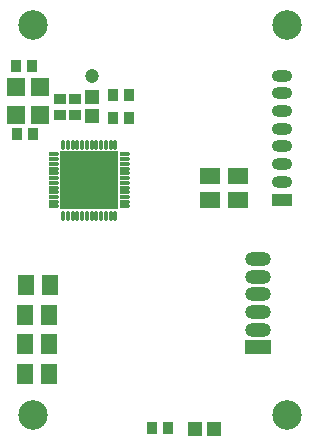
<source format=gts>
G04 Layer_Color=8388736*
%FSLAX44Y44*%
%MOMM*%
G71*
G01*
G75*
%ADD42R,0.9532X1.0032*%
%ADD43R,1.0032X0.9532*%
%ADD44C,1.2032*%
%ADD45R,1.1532X1.2032*%
%ADD46O,0.4032X0.8532*%
%ADD47O,0.8532X0.4032*%
%ADD48R,4.9032X4.9032*%
%ADD49R,1.5032X1.5032*%
%ADD50R,0.9652X1.0160*%
%ADD51R,1.2032X1.1532*%
%ADD52R,1.8034X1.4732*%
%ADD53R,1.4732X1.8034*%
%ADD54O,2.2032X1.2032*%
%ADD55R,2.2032X1.2032*%
%ADD56C,2.5032*%
%ADD57O,1.7032X1.0032*%
%ADD58R,1.7032X1.0032*%
D42*
X-121500Y73000D02*
D03*
X-108000D02*
D03*
X-108530Y130830D02*
D03*
X-122030D02*
D03*
X-26500Y106000D02*
D03*
X-40000D02*
D03*
Y87000D02*
D03*
X-26500D02*
D03*
D43*
X-85000Y102750D02*
D03*
Y89250D02*
D03*
X-72000Y102750D02*
D03*
Y89250D02*
D03*
D44*
X-57500Y121900D02*
D03*
D45*
X-57700Y88000D02*
D03*
Y104000D02*
D03*
D46*
X-82000Y3500D02*
D03*
X-78000D02*
D03*
X-74000D02*
D03*
X-70000D02*
D03*
X-66000D02*
D03*
X-62000D02*
D03*
X-58000D02*
D03*
X-54000D02*
D03*
X-50000D02*
D03*
X-46000D02*
D03*
X-42000D02*
D03*
X-38000D02*
D03*
Y64000D02*
D03*
X-42000D02*
D03*
X-46000D02*
D03*
X-50000D02*
D03*
X-54000D02*
D03*
X-58000D02*
D03*
X-62000D02*
D03*
X-66000D02*
D03*
X-70000D02*
D03*
X-74000D02*
D03*
X-78000D02*
D03*
X-82000D02*
D03*
D47*
X-29750Y11750D02*
D03*
Y15750D02*
D03*
Y19750D02*
D03*
Y23750D02*
D03*
Y27750D02*
D03*
Y31750D02*
D03*
Y35750D02*
D03*
Y39750D02*
D03*
Y43750D02*
D03*
Y47750D02*
D03*
Y51750D02*
D03*
Y55750D02*
D03*
X-90250D02*
D03*
Y51750D02*
D03*
Y47750D02*
D03*
Y43750D02*
D03*
Y39750D02*
D03*
Y35750D02*
D03*
Y31750D02*
D03*
Y27750D02*
D03*
Y23750D02*
D03*
Y19750D02*
D03*
Y15750D02*
D03*
Y11750D02*
D03*
D48*
X-60000Y33750D02*
D03*
D49*
X-121850Y112500D02*
D03*
Y89500D02*
D03*
X-102150Y112500D02*
D03*
Y89500D02*
D03*
D50*
X6985Y-176250D02*
D03*
X-6985D02*
D03*
D51*
X45730Y-176320D02*
D03*
X29730D02*
D03*
D52*
X66000Y37320D02*
D03*
Y17000D02*
D03*
X42000Y37320D02*
D03*
Y17000D02*
D03*
D53*
X-114160Y-80000D02*
D03*
X-93840D02*
D03*
X-114160Y-105000D02*
D03*
X-93840D02*
D03*
X-114320Y-130000D02*
D03*
X-94000D02*
D03*
X-114000Y-55000D02*
D03*
X-93680D02*
D03*
D54*
X82800Y-32600D02*
D03*
Y-47600D02*
D03*
Y-62600D02*
D03*
Y-77600D02*
D03*
Y-92600D02*
D03*
D55*
Y-107600D02*
D03*
D56*
X-107500Y165000D02*
D03*
X107500D02*
D03*
Y-165000D02*
D03*
X-107500D02*
D03*
D57*
X103000Y122500D02*
D03*
Y107500D02*
D03*
Y92500D02*
D03*
Y77500D02*
D03*
Y62500D02*
D03*
Y47500D02*
D03*
Y32500D02*
D03*
D58*
Y17500D02*
D03*
M02*

</source>
